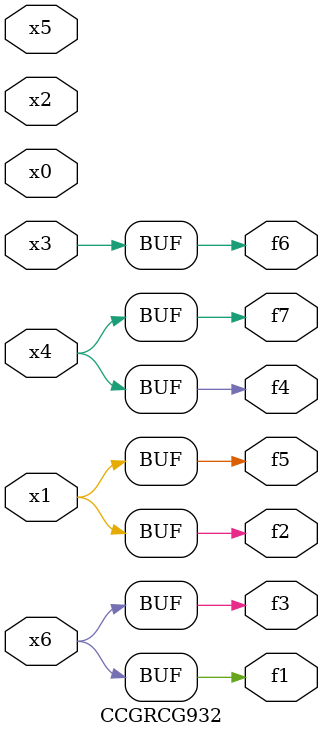
<source format=v>
module CCGRCG932(
	input x0, x1, x2, x3, x4, x5, x6,
	output f1, f2, f3, f4, f5, f6, f7
);
	assign f1 = x6;
	assign f2 = x1;
	assign f3 = x6;
	assign f4 = x4;
	assign f5 = x1;
	assign f6 = x3;
	assign f7 = x4;
endmodule

</source>
